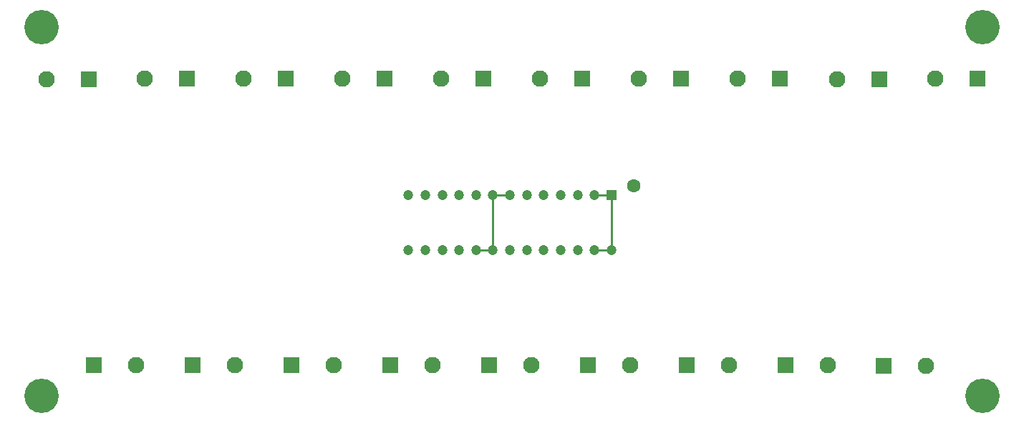
<source format=gbl>
G04*
G04 #@! TF.GenerationSoftware,Altium Limited,Altium Designer,20.1.14 (287)*
G04*
G04 Layer_Physical_Order=2*
G04 Layer_Color=16711680*
%FSLAX25Y25*%
%MOIN*%
G70*
G04*
G04 #@! TF.SameCoordinates,283F559E-812C-43F7-8757-F5CE0260A4F6*
G04*
G04*
G04 #@! TF.FilePolarity,Positive*
G04*
G01*
G75*
%ADD12C,0.01000*%
%ADD21C,0.06299*%
%ADD22R,0.04724X0.04724*%
%ADD23C,0.04724*%
%ADD24C,0.07677*%
%ADD25R,0.07677X0.07677*%
%ADD26C,0.16000*%
D12*
X269370Y105591D02*
X277244D01*
Y80000D02*
Y105591D01*
X269370Y80000D02*
X277244D01*
X214252D02*
X222126D01*
Y105591D01*
X230000D01*
D21*
X287677Y109921D02*
D03*
D22*
X277244Y105591D02*
D03*
D23*
X269370D02*
D03*
X261496D02*
D03*
X253622D02*
D03*
X245748D02*
D03*
X237874D02*
D03*
X230000D02*
D03*
X222126D02*
D03*
X214252D02*
D03*
X206378D02*
D03*
X198504D02*
D03*
X190630D02*
D03*
X182756D02*
D03*
X277244Y80000D02*
D03*
X269370D02*
D03*
X261496D02*
D03*
X253622D02*
D03*
X245748D02*
D03*
X237874D02*
D03*
X230000D02*
D03*
X222126D02*
D03*
X214252D02*
D03*
X206378D02*
D03*
X198504D02*
D03*
X190630D02*
D03*
X182756D02*
D03*
D24*
X423685Y26000D02*
D03*
X377842Y26228D02*
D03*
X331842D02*
D03*
X285842D02*
D03*
X239843D02*
D03*
X193842D02*
D03*
X147843D02*
D03*
X101842D02*
D03*
X55843D02*
D03*
X14157Y159772D02*
D03*
X60000Y160000D02*
D03*
X106000D02*
D03*
X152000D02*
D03*
X198000D02*
D03*
X244000D02*
D03*
X290000D02*
D03*
X336000D02*
D03*
X382157Y159772D02*
D03*
X428000Y160000D02*
D03*
D25*
X404000Y26000D02*
D03*
X358157Y26228D02*
D03*
X312158D02*
D03*
X266158D02*
D03*
X220158D02*
D03*
X174158D02*
D03*
X128157D02*
D03*
X82157D02*
D03*
X36158D02*
D03*
X33843Y159772D02*
D03*
X79685Y160000D02*
D03*
X125685D02*
D03*
X171685D02*
D03*
X217685D02*
D03*
X263685D02*
D03*
X309685D02*
D03*
X355685D02*
D03*
X401842Y159772D02*
D03*
X447685Y160000D02*
D03*
D26*
X12000Y184000D02*
D03*
X450000D02*
D03*
X12000Y12000D02*
D03*
X450000D02*
D03*
M02*

</source>
